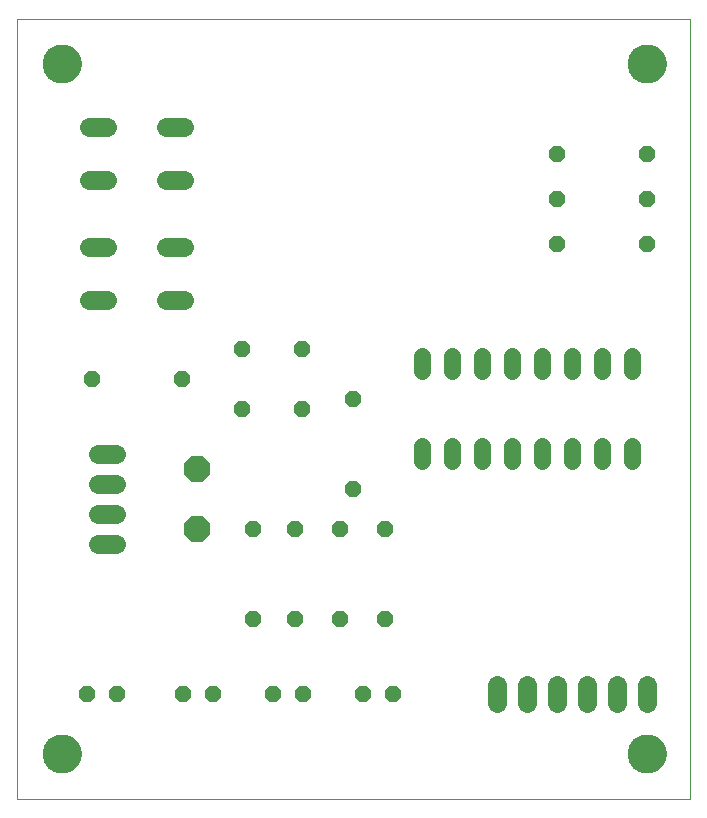
<source format=gbs>
G75*
%MOIN*%
%OFA0B0*%
%FSLAX25Y25*%
%IPPOS*%
%LPD*%
%AMOC8*
5,1,8,0,0,1.08239X$1,22.5*
%
%ADD10C,0.00000*%
%ADD11C,0.12998*%
%ADD12OC8,0.05600*%
%ADD13C,0.06400*%
%ADD14C,0.05600*%
%ADD15OC8,0.08900*%
D10*
X0001000Y0001000D02*
X0001000Y0260843D01*
X0225409Y0260843D01*
X0225409Y0001000D01*
X0001000Y0001000D01*
X0009701Y0016000D02*
X0009703Y0016158D01*
X0009709Y0016316D01*
X0009719Y0016474D01*
X0009733Y0016632D01*
X0009751Y0016789D01*
X0009772Y0016946D01*
X0009798Y0017102D01*
X0009828Y0017258D01*
X0009861Y0017413D01*
X0009899Y0017566D01*
X0009940Y0017719D01*
X0009985Y0017871D01*
X0010034Y0018022D01*
X0010087Y0018171D01*
X0010143Y0018319D01*
X0010203Y0018465D01*
X0010267Y0018610D01*
X0010335Y0018753D01*
X0010406Y0018895D01*
X0010480Y0019035D01*
X0010558Y0019172D01*
X0010640Y0019308D01*
X0010724Y0019442D01*
X0010813Y0019573D01*
X0010904Y0019702D01*
X0010999Y0019829D01*
X0011096Y0019954D01*
X0011197Y0020076D01*
X0011301Y0020195D01*
X0011408Y0020312D01*
X0011518Y0020426D01*
X0011631Y0020537D01*
X0011746Y0020646D01*
X0011864Y0020751D01*
X0011985Y0020853D01*
X0012108Y0020953D01*
X0012234Y0021049D01*
X0012362Y0021142D01*
X0012492Y0021232D01*
X0012625Y0021318D01*
X0012760Y0021402D01*
X0012896Y0021481D01*
X0013035Y0021558D01*
X0013176Y0021630D01*
X0013318Y0021700D01*
X0013462Y0021765D01*
X0013608Y0021827D01*
X0013755Y0021885D01*
X0013904Y0021940D01*
X0014054Y0021991D01*
X0014205Y0022038D01*
X0014357Y0022081D01*
X0014510Y0022120D01*
X0014665Y0022156D01*
X0014820Y0022187D01*
X0014976Y0022215D01*
X0015132Y0022239D01*
X0015289Y0022259D01*
X0015447Y0022275D01*
X0015604Y0022287D01*
X0015763Y0022295D01*
X0015921Y0022299D01*
X0016079Y0022299D01*
X0016237Y0022295D01*
X0016396Y0022287D01*
X0016553Y0022275D01*
X0016711Y0022259D01*
X0016868Y0022239D01*
X0017024Y0022215D01*
X0017180Y0022187D01*
X0017335Y0022156D01*
X0017490Y0022120D01*
X0017643Y0022081D01*
X0017795Y0022038D01*
X0017946Y0021991D01*
X0018096Y0021940D01*
X0018245Y0021885D01*
X0018392Y0021827D01*
X0018538Y0021765D01*
X0018682Y0021700D01*
X0018824Y0021630D01*
X0018965Y0021558D01*
X0019104Y0021481D01*
X0019240Y0021402D01*
X0019375Y0021318D01*
X0019508Y0021232D01*
X0019638Y0021142D01*
X0019766Y0021049D01*
X0019892Y0020953D01*
X0020015Y0020853D01*
X0020136Y0020751D01*
X0020254Y0020646D01*
X0020369Y0020537D01*
X0020482Y0020426D01*
X0020592Y0020312D01*
X0020699Y0020195D01*
X0020803Y0020076D01*
X0020904Y0019954D01*
X0021001Y0019829D01*
X0021096Y0019702D01*
X0021187Y0019573D01*
X0021276Y0019442D01*
X0021360Y0019308D01*
X0021442Y0019172D01*
X0021520Y0019035D01*
X0021594Y0018895D01*
X0021665Y0018753D01*
X0021733Y0018610D01*
X0021797Y0018465D01*
X0021857Y0018319D01*
X0021913Y0018171D01*
X0021966Y0018022D01*
X0022015Y0017871D01*
X0022060Y0017719D01*
X0022101Y0017566D01*
X0022139Y0017413D01*
X0022172Y0017258D01*
X0022202Y0017102D01*
X0022228Y0016946D01*
X0022249Y0016789D01*
X0022267Y0016632D01*
X0022281Y0016474D01*
X0022291Y0016316D01*
X0022297Y0016158D01*
X0022299Y0016000D01*
X0022297Y0015842D01*
X0022291Y0015684D01*
X0022281Y0015526D01*
X0022267Y0015368D01*
X0022249Y0015211D01*
X0022228Y0015054D01*
X0022202Y0014898D01*
X0022172Y0014742D01*
X0022139Y0014587D01*
X0022101Y0014434D01*
X0022060Y0014281D01*
X0022015Y0014129D01*
X0021966Y0013978D01*
X0021913Y0013829D01*
X0021857Y0013681D01*
X0021797Y0013535D01*
X0021733Y0013390D01*
X0021665Y0013247D01*
X0021594Y0013105D01*
X0021520Y0012965D01*
X0021442Y0012828D01*
X0021360Y0012692D01*
X0021276Y0012558D01*
X0021187Y0012427D01*
X0021096Y0012298D01*
X0021001Y0012171D01*
X0020904Y0012046D01*
X0020803Y0011924D01*
X0020699Y0011805D01*
X0020592Y0011688D01*
X0020482Y0011574D01*
X0020369Y0011463D01*
X0020254Y0011354D01*
X0020136Y0011249D01*
X0020015Y0011147D01*
X0019892Y0011047D01*
X0019766Y0010951D01*
X0019638Y0010858D01*
X0019508Y0010768D01*
X0019375Y0010682D01*
X0019240Y0010598D01*
X0019104Y0010519D01*
X0018965Y0010442D01*
X0018824Y0010370D01*
X0018682Y0010300D01*
X0018538Y0010235D01*
X0018392Y0010173D01*
X0018245Y0010115D01*
X0018096Y0010060D01*
X0017946Y0010009D01*
X0017795Y0009962D01*
X0017643Y0009919D01*
X0017490Y0009880D01*
X0017335Y0009844D01*
X0017180Y0009813D01*
X0017024Y0009785D01*
X0016868Y0009761D01*
X0016711Y0009741D01*
X0016553Y0009725D01*
X0016396Y0009713D01*
X0016237Y0009705D01*
X0016079Y0009701D01*
X0015921Y0009701D01*
X0015763Y0009705D01*
X0015604Y0009713D01*
X0015447Y0009725D01*
X0015289Y0009741D01*
X0015132Y0009761D01*
X0014976Y0009785D01*
X0014820Y0009813D01*
X0014665Y0009844D01*
X0014510Y0009880D01*
X0014357Y0009919D01*
X0014205Y0009962D01*
X0014054Y0010009D01*
X0013904Y0010060D01*
X0013755Y0010115D01*
X0013608Y0010173D01*
X0013462Y0010235D01*
X0013318Y0010300D01*
X0013176Y0010370D01*
X0013035Y0010442D01*
X0012896Y0010519D01*
X0012760Y0010598D01*
X0012625Y0010682D01*
X0012492Y0010768D01*
X0012362Y0010858D01*
X0012234Y0010951D01*
X0012108Y0011047D01*
X0011985Y0011147D01*
X0011864Y0011249D01*
X0011746Y0011354D01*
X0011631Y0011463D01*
X0011518Y0011574D01*
X0011408Y0011688D01*
X0011301Y0011805D01*
X0011197Y0011924D01*
X0011096Y0012046D01*
X0010999Y0012171D01*
X0010904Y0012298D01*
X0010813Y0012427D01*
X0010724Y0012558D01*
X0010640Y0012692D01*
X0010558Y0012828D01*
X0010480Y0012965D01*
X0010406Y0013105D01*
X0010335Y0013247D01*
X0010267Y0013390D01*
X0010203Y0013535D01*
X0010143Y0013681D01*
X0010087Y0013829D01*
X0010034Y0013978D01*
X0009985Y0014129D01*
X0009940Y0014281D01*
X0009899Y0014434D01*
X0009861Y0014587D01*
X0009828Y0014742D01*
X0009798Y0014898D01*
X0009772Y0015054D01*
X0009751Y0015211D01*
X0009733Y0015368D01*
X0009719Y0015526D01*
X0009709Y0015684D01*
X0009703Y0015842D01*
X0009701Y0016000D01*
X0009701Y0246000D02*
X0009703Y0246158D01*
X0009709Y0246316D01*
X0009719Y0246474D01*
X0009733Y0246632D01*
X0009751Y0246789D01*
X0009772Y0246946D01*
X0009798Y0247102D01*
X0009828Y0247258D01*
X0009861Y0247413D01*
X0009899Y0247566D01*
X0009940Y0247719D01*
X0009985Y0247871D01*
X0010034Y0248022D01*
X0010087Y0248171D01*
X0010143Y0248319D01*
X0010203Y0248465D01*
X0010267Y0248610D01*
X0010335Y0248753D01*
X0010406Y0248895D01*
X0010480Y0249035D01*
X0010558Y0249172D01*
X0010640Y0249308D01*
X0010724Y0249442D01*
X0010813Y0249573D01*
X0010904Y0249702D01*
X0010999Y0249829D01*
X0011096Y0249954D01*
X0011197Y0250076D01*
X0011301Y0250195D01*
X0011408Y0250312D01*
X0011518Y0250426D01*
X0011631Y0250537D01*
X0011746Y0250646D01*
X0011864Y0250751D01*
X0011985Y0250853D01*
X0012108Y0250953D01*
X0012234Y0251049D01*
X0012362Y0251142D01*
X0012492Y0251232D01*
X0012625Y0251318D01*
X0012760Y0251402D01*
X0012896Y0251481D01*
X0013035Y0251558D01*
X0013176Y0251630D01*
X0013318Y0251700D01*
X0013462Y0251765D01*
X0013608Y0251827D01*
X0013755Y0251885D01*
X0013904Y0251940D01*
X0014054Y0251991D01*
X0014205Y0252038D01*
X0014357Y0252081D01*
X0014510Y0252120D01*
X0014665Y0252156D01*
X0014820Y0252187D01*
X0014976Y0252215D01*
X0015132Y0252239D01*
X0015289Y0252259D01*
X0015447Y0252275D01*
X0015604Y0252287D01*
X0015763Y0252295D01*
X0015921Y0252299D01*
X0016079Y0252299D01*
X0016237Y0252295D01*
X0016396Y0252287D01*
X0016553Y0252275D01*
X0016711Y0252259D01*
X0016868Y0252239D01*
X0017024Y0252215D01*
X0017180Y0252187D01*
X0017335Y0252156D01*
X0017490Y0252120D01*
X0017643Y0252081D01*
X0017795Y0252038D01*
X0017946Y0251991D01*
X0018096Y0251940D01*
X0018245Y0251885D01*
X0018392Y0251827D01*
X0018538Y0251765D01*
X0018682Y0251700D01*
X0018824Y0251630D01*
X0018965Y0251558D01*
X0019104Y0251481D01*
X0019240Y0251402D01*
X0019375Y0251318D01*
X0019508Y0251232D01*
X0019638Y0251142D01*
X0019766Y0251049D01*
X0019892Y0250953D01*
X0020015Y0250853D01*
X0020136Y0250751D01*
X0020254Y0250646D01*
X0020369Y0250537D01*
X0020482Y0250426D01*
X0020592Y0250312D01*
X0020699Y0250195D01*
X0020803Y0250076D01*
X0020904Y0249954D01*
X0021001Y0249829D01*
X0021096Y0249702D01*
X0021187Y0249573D01*
X0021276Y0249442D01*
X0021360Y0249308D01*
X0021442Y0249172D01*
X0021520Y0249035D01*
X0021594Y0248895D01*
X0021665Y0248753D01*
X0021733Y0248610D01*
X0021797Y0248465D01*
X0021857Y0248319D01*
X0021913Y0248171D01*
X0021966Y0248022D01*
X0022015Y0247871D01*
X0022060Y0247719D01*
X0022101Y0247566D01*
X0022139Y0247413D01*
X0022172Y0247258D01*
X0022202Y0247102D01*
X0022228Y0246946D01*
X0022249Y0246789D01*
X0022267Y0246632D01*
X0022281Y0246474D01*
X0022291Y0246316D01*
X0022297Y0246158D01*
X0022299Y0246000D01*
X0022297Y0245842D01*
X0022291Y0245684D01*
X0022281Y0245526D01*
X0022267Y0245368D01*
X0022249Y0245211D01*
X0022228Y0245054D01*
X0022202Y0244898D01*
X0022172Y0244742D01*
X0022139Y0244587D01*
X0022101Y0244434D01*
X0022060Y0244281D01*
X0022015Y0244129D01*
X0021966Y0243978D01*
X0021913Y0243829D01*
X0021857Y0243681D01*
X0021797Y0243535D01*
X0021733Y0243390D01*
X0021665Y0243247D01*
X0021594Y0243105D01*
X0021520Y0242965D01*
X0021442Y0242828D01*
X0021360Y0242692D01*
X0021276Y0242558D01*
X0021187Y0242427D01*
X0021096Y0242298D01*
X0021001Y0242171D01*
X0020904Y0242046D01*
X0020803Y0241924D01*
X0020699Y0241805D01*
X0020592Y0241688D01*
X0020482Y0241574D01*
X0020369Y0241463D01*
X0020254Y0241354D01*
X0020136Y0241249D01*
X0020015Y0241147D01*
X0019892Y0241047D01*
X0019766Y0240951D01*
X0019638Y0240858D01*
X0019508Y0240768D01*
X0019375Y0240682D01*
X0019240Y0240598D01*
X0019104Y0240519D01*
X0018965Y0240442D01*
X0018824Y0240370D01*
X0018682Y0240300D01*
X0018538Y0240235D01*
X0018392Y0240173D01*
X0018245Y0240115D01*
X0018096Y0240060D01*
X0017946Y0240009D01*
X0017795Y0239962D01*
X0017643Y0239919D01*
X0017490Y0239880D01*
X0017335Y0239844D01*
X0017180Y0239813D01*
X0017024Y0239785D01*
X0016868Y0239761D01*
X0016711Y0239741D01*
X0016553Y0239725D01*
X0016396Y0239713D01*
X0016237Y0239705D01*
X0016079Y0239701D01*
X0015921Y0239701D01*
X0015763Y0239705D01*
X0015604Y0239713D01*
X0015447Y0239725D01*
X0015289Y0239741D01*
X0015132Y0239761D01*
X0014976Y0239785D01*
X0014820Y0239813D01*
X0014665Y0239844D01*
X0014510Y0239880D01*
X0014357Y0239919D01*
X0014205Y0239962D01*
X0014054Y0240009D01*
X0013904Y0240060D01*
X0013755Y0240115D01*
X0013608Y0240173D01*
X0013462Y0240235D01*
X0013318Y0240300D01*
X0013176Y0240370D01*
X0013035Y0240442D01*
X0012896Y0240519D01*
X0012760Y0240598D01*
X0012625Y0240682D01*
X0012492Y0240768D01*
X0012362Y0240858D01*
X0012234Y0240951D01*
X0012108Y0241047D01*
X0011985Y0241147D01*
X0011864Y0241249D01*
X0011746Y0241354D01*
X0011631Y0241463D01*
X0011518Y0241574D01*
X0011408Y0241688D01*
X0011301Y0241805D01*
X0011197Y0241924D01*
X0011096Y0242046D01*
X0010999Y0242171D01*
X0010904Y0242298D01*
X0010813Y0242427D01*
X0010724Y0242558D01*
X0010640Y0242692D01*
X0010558Y0242828D01*
X0010480Y0242965D01*
X0010406Y0243105D01*
X0010335Y0243247D01*
X0010267Y0243390D01*
X0010203Y0243535D01*
X0010143Y0243681D01*
X0010087Y0243829D01*
X0010034Y0243978D01*
X0009985Y0244129D01*
X0009940Y0244281D01*
X0009899Y0244434D01*
X0009861Y0244587D01*
X0009828Y0244742D01*
X0009798Y0244898D01*
X0009772Y0245054D01*
X0009751Y0245211D01*
X0009733Y0245368D01*
X0009719Y0245526D01*
X0009709Y0245684D01*
X0009703Y0245842D01*
X0009701Y0246000D01*
X0204701Y0246000D02*
X0204703Y0246158D01*
X0204709Y0246316D01*
X0204719Y0246474D01*
X0204733Y0246632D01*
X0204751Y0246789D01*
X0204772Y0246946D01*
X0204798Y0247102D01*
X0204828Y0247258D01*
X0204861Y0247413D01*
X0204899Y0247566D01*
X0204940Y0247719D01*
X0204985Y0247871D01*
X0205034Y0248022D01*
X0205087Y0248171D01*
X0205143Y0248319D01*
X0205203Y0248465D01*
X0205267Y0248610D01*
X0205335Y0248753D01*
X0205406Y0248895D01*
X0205480Y0249035D01*
X0205558Y0249172D01*
X0205640Y0249308D01*
X0205724Y0249442D01*
X0205813Y0249573D01*
X0205904Y0249702D01*
X0205999Y0249829D01*
X0206096Y0249954D01*
X0206197Y0250076D01*
X0206301Y0250195D01*
X0206408Y0250312D01*
X0206518Y0250426D01*
X0206631Y0250537D01*
X0206746Y0250646D01*
X0206864Y0250751D01*
X0206985Y0250853D01*
X0207108Y0250953D01*
X0207234Y0251049D01*
X0207362Y0251142D01*
X0207492Y0251232D01*
X0207625Y0251318D01*
X0207760Y0251402D01*
X0207896Y0251481D01*
X0208035Y0251558D01*
X0208176Y0251630D01*
X0208318Y0251700D01*
X0208462Y0251765D01*
X0208608Y0251827D01*
X0208755Y0251885D01*
X0208904Y0251940D01*
X0209054Y0251991D01*
X0209205Y0252038D01*
X0209357Y0252081D01*
X0209510Y0252120D01*
X0209665Y0252156D01*
X0209820Y0252187D01*
X0209976Y0252215D01*
X0210132Y0252239D01*
X0210289Y0252259D01*
X0210447Y0252275D01*
X0210604Y0252287D01*
X0210763Y0252295D01*
X0210921Y0252299D01*
X0211079Y0252299D01*
X0211237Y0252295D01*
X0211396Y0252287D01*
X0211553Y0252275D01*
X0211711Y0252259D01*
X0211868Y0252239D01*
X0212024Y0252215D01*
X0212180Y0252187D01*
X0212335Y0252156D01*
X0212490Y0252120D01*
X0212643Y0252081D01*
X0212795Y0252038D01*
X0212946Y0251991D01*
X0213096Y0251940D01*
X0213245Y0251885D01*
X0213392Y0251827D01*
X0213538Y0251765D01*
X0213682Y0251700D01*
X0213824Y0251630D01*
X0213965Y0251558D01*
X0214104Y0251481D01*
X0214240Y0251402D01*
X0214375Y0251318D01*
X0214508Y0251232D01*
X0214638Y0251142D01*
X0214766Y0251049D01*
X0214892Y0250953D01*
X0215015Y0250853D01*
X0215136Y0250751D01*
X0215254Y0250646D01*
X0215369Y0250537D01*
X0215482Y0250426D01*
X0215592Y0250312D01*
X0215699Y0250195D01*
X0215803Y0250076D01*
X0215904Y0249954D01*
X0216001Y0249829D01*
X0216096Y0249702D01*
X0216187Y0249573D01*
X0216276Y0249442D01*
X0216360Y0249308D01*
X0216442Y0249172D01*
X0216520Y0249035D01*
X0216594Y0248895D01*
X0216665Y0248753D01*
X0216733Y0248610D01*
X0216797Y0248465D01*
X0216857Y0248319D01*
X0216913Y0248171D01*
X0216966Y0248022D01*
X0217015Y0247871D01*
X0217060Y0247719D01*
X0217101Y0247566D01*
X0217139Y0247413D01*
X0217172Y0247258D01*
X0217202Y0247102D01*
X0217228Y0246946D01*
X0217249Y0246789D01*
X0217267Y0246632D01*
X0217281Y0246474D01*
X0217291Y0246316D01*
X0217297Y0246158D01*
X0217299Y0246000D01*
X0217297Y0245842D01*
X0217291Y0245684D01*
X0217281Y0245526D01*
X0217267Y0245368D01*
X0217249Y0245211D01*
X0217228Y0245054D01*
X0217202Y0244898D01*
X0217172Y0244742D01*
X0217139Y0244587D01*
X0217101Y0244434D01*
X0217060Y0244281D01*
X0217015Y0244129D01*
X0216966Y0243978D01*
X0216913Y0243829D01*
X0216857Y0243681D01*
X0216797Y0243535D01*
X0216733Y0243390D01*
X0216665Y0243247D01*
X0216594Y0243105D01*
X0216520Y0242965D01*
X0216442Y0242828D01*
X0216360Y0242692D01*
X0216276Y0242558D01*
X0216187Y0242427D01*
X0216096Y0242298D01*
X0216001Y0242171D01*
X0215904Y0242046D01*
X0215803Y0241924D01*
X0215699Y0241805D01*
X0215592Y0241688D01*
X0215482Y0241574D01*
X0215369Y0241463D01*
X0215254Y0241354D01*
X0215136Y0241249D01*
X0215015Y0241147D01*
X0214892Y0241047D01*
X0214766Y0240951D01*
X0214638Y0240858D01*
X0214508Y0240768D01*
X0214375Y0240682D01*
X0214240Y0240598D01*
X0214104Y0240519D01*
X0213965Y0240442D01*
X0213824Y0240370D01*
X0213682Y0240300D01*
X0213538Y0240235D01*
X0213392Y0240173D01*
X0213245Y0240115D01*
X0213096Y0240060D01*
X0212946Y0240009D01*
X0212795Y0239962D01*
X0212643Y0239919D01*
X0212490Y0239880D01*
X0212335Y0239844D01*
X0212180Y0239813D01*
X0212024Y0239785D01*
X0211868Y0239761D01*
X0211711Y0239741D01*
X0211553Y0239725D01*
X0211396Y0239713D01*
X0211237Y0239705D01*
X0211079Y0239701D01*
X0210921Y0239701D01*
X0210763Y0239705D01*
X0210604Y0239713D01*
X0210447Y0239725D01*
X0210289Y0239741D01*
X0210132Y0239761D01*
X0209976Y0239785D01*
X0209820Y0239813D01*
X0209665Y0239844D01*
X0209510Y0239880D01*
X0209357Y0239919D01*
X0209205Y0239962D01*
X0209054Y0240009D01*
X0208904Y0240060D01*
X0208755Y0240115D01*
X0208608Y0240173D01*
X0208462Y0240235D01*
X0208318Y0240300D01*
X0208176Y0240370D01*
X0208035Y0240442D01*
X0207896Y0240519D01*
X0207760Y0240598D01*
X0207625Y0240682D01*
X0207492Y0240768D01*
X0207362Y0240858D01*
X0207234Y0240951D01*
X0207108Y0241047D01*
X0206985Y0241147D01*
X0206864Y0241249D01*
X0206746Y0241354D01*
X0206631Y0241463D01*
X0206518Y0241574D01*
X0206408Y0241688D01*
X0206301Y0241805D01*
X0206197Y0241924D01*
X0206096Y0242046D01*
X0205999Y0242171D01*
X0205904Y0242298D01*
X0205813Y0242427D01*
X0205724Y0242558D01*
X0205640Y0242692D01*
X0205558Y0242828D01*
X0205480Y0242965D01*
X0205406Y0243105D01*
X0205335Y0243247D01*
X0205267Y0243390D01*
X0205203Y0243535D01*
X0205143Y0243681D01*
X0205087Y0243829D01*
X0205034Y0243978D01*
X0204985Y0244129D01*
X0204940Y0244281D01*
X0204899Y0244434D01*
X0204861Y0244587D01*
X0204828Y0244742D01*
X0204798Y0244898D01*
X0204772Y0245054D01*
X0204751Y0245211D01*
X0204733Y0245368D01*
X0204719Y0245526D01*
X0204709Y0245684D01*
X0204703Y0245842D01*
X0204701Y0246000D01*
X0204701Y0016000D02*
X0204703Y0016158D01*
X0204709Y0016316D01*
X0204719Y0016474D01*
X0204733Y0016632D01*
X0204751Y0016789D01*
X0204772Y0016946D01*
X0204798Y0017102D01*
X0204828Y0017258D01*
X0204861Y0017413D01*
X0204899Y0017566D01*
X0204940Y0017719D01*
X0204985Y0017871D01*
X0205034Y0018022D01*
X0205087Y0018171D01*
X0205143Y0018319D01*
X0205203Y0018465D01*
X0205267Y0018610D01*
X0205335Y0018753D01*
X0205406Y0018895D01*
X0205480Y0019035D01*
X0205558Y0019172D01*
X0205640Y0019308D01*
X0205724Y0019442D01*
X0205813Y0019573D01*
X0205904Y0019702D01*
X0205999Y0019829D01*
X0206096Y0019954D01*
X0206197Y0020076D01*
X0206301Y0020195D01*
X0206408Y0020312D01*
X0206518Y0020426D01*
X0206631Y0020537D01*
X0206746Y0020646D01*
X0206864Y0020751D01*
X0206985Y0020853D01*
X0207108Y0020953D01*
X0207234Y0021049D01*
X0207362Y0021142D01*
X0207492Y0021232D01*
X0207625Y0021318D01*
X0207760Y0021402D01*
X0207896Y0021481D01*
X0208035Y0021558D01*
X0208176Y0021630D01*
X0208318Y0021700D01*
X0208462Y0021765D01*
X0208608Y0021827D01*
X0208755Y0021885D01*
X0208904Y0021940D01*
X0209054Y0021991D01*
X0209205Y0022038D01*
X0209357Y0022081D01*
X0209510Y0022120D01*
X0209665Y0022156D01*
X0209820Y0022187D01*
X0209976Y0022215D01*
X0210132Y0022239D01*
X0210289Y0022259D01*
X0210447Y0022275D01*
X0210604Y0022287D01*
X0210763Y0022295D01*
X0210921Y0022299D01*
X0211079Y0022299D01*
X0211237Y0022295D01*
X0211396Y0022287D01*
X0211553Y0022275D01*
X0211711Y0022259D01*
X0211868Y0022239D01*
X0212024Y0022215D01*
X0212180Y0022187D01*
X0212335Y0022156D01*
X0212490Y0022120D01*
X0212643Y0022081D01*
X0212795Y0022038D01*
X0212946Y0021991D01*
X0213096Y0021940D01*
X0213245Y0021885D01*
X0213392Y0021827D01*
X0213538Y0021765D01*
X0213682Y0021700D01*
X0213824Y0021630D01*
X0213965Y0021558D01*
X0214104Y0021481D01*
X0214240Y0021402D01*
X0214375Y0021318D01*
X0214508Y0021232D01*
X0214638Y0021142D01*
X0214766Y0021049D01*
X0214892Y0020953D01*
X0215015Y0020853D01*
X0215136Y0020751D01*
X0215254Y0020646D01*
X0215369Y0020537D01*
X0215482Y0020426D01*
X0215592Y0020312D01*
X0215699Y0020195D01*
X0215803Y0020076D01*
X0215904Y0019954D01*
X0216001Y0019829D01*
X0216096Y0019702D01*
X0216187Y0019573D01*
X0216276Y0019442D01*
X0216360Y0019308D01*
X0216442Y0019172D01*
X0216520Y0019035D01*
X0216594Y0018895D01*
X0216665Y0018753D01*
X0216733Y0018610D01*
X0216797Y0018465D01*
X0216857Y0018319D01*
X0216913Y0018171D01*
X0216966Y0018022D01*
X0217015Y0017871D01*
X0217060Y0017719D01*
X0217101Y0017566D01*
X0217139Y0017413D01*
X0217172Y0017258D01*
X0217202Y0017102D01*
X0217228Y0016946D01*
X0217249Y0016789D01*
X0217267Y0016632D01*
X0217281Y0016474D01*
X0217291Y0016316D01*
X0217297Y0016158D01*
X0217299Y0016000D01*
X0217297Y0015842D01*
X0217291Y0015684D01*
X0217281Y0015526D01*
X0217267Y0015368D01*
X0217249Y0015211D01*
X0217228Y0015054D01*
X0217202Y0014898D01*
X0217172Y0014742D01*
X0217139Y0014587D01*
X0217101Y0014434D01*
X0217060Y0014281D01*
X0217015Y0014129D01*
X0216966Y0013978D01*
X0216913Y0013829D01*
X0216857Y0013681D01*
X0216797Y0013535D01*
X0216733Y0013390D01*
X0216665Y0013247D01*
X0216594Y0013105D01*
X0216520Y0012965D01*
X0216442Y0012828D01*
X0216360Y0012692D01*
X0216276Y0012558D01*
X0216187Y0012427D01*
X0216096Y0012298D01*
X0216001Y0012171D01*
X0215904Y0012046D01*
X0215803Y0011924D01*
X0215699Y0011805D01*
X0215592Y0011688D01*
X0215482Y0011574D01*
X0215369Y0011463D01*
X0215254Y0011354D01*
X0215136Y0011249D01*
X0215015Y0011147D01*
X0214892Y0011047D01*
X0214766Y0010951D01*
X0214638Y0010858D01*
X0214508Y0010768D01*
X0214375Y0010682D01*
X0214240Y0010598D01*
X0214104Y0010519D01*
X0213965Y0010442D01*
X0213824Y0010370D01*
X0213682Y0010300D01*
X0213538Y0010235D01*
X0213392Y0010173D01*
X0213245Y0010115D01*
X0213096Y0010060D01*
X0212946Y0010009D01*
X0212795Y0009962D01*
X0212643Y0009919D01*
X0212490Y0009880D01*
X0212335Y0009844D01*
X0212180Y0009813D01*
X0212024Y0009785D01*
X0211868Y0009761D01*
X0211711Y0009741D01*
X0211553Y0009725D01*
X0211396Y0009713D01*
X0211237Y0009705D01*
X0211079Y0009701D01*
X0210921Y0009701D01*
X0210763Y0009705D01*
X0210604Y0009713D01*
X0210447Y0009725D01*
X0210289Y0009741D01*
X0210132Y0009761D01*
X0209976Y0009785D01*
X0209820Y0009813D01*
X0209665Y0009844D01*
X0209510Y0009880D01*
X0209357Y0009919D01*
X0209205Y0009962D01*
X0209054Y0010009D01*
X0208904Y0010060D01*
X0208755Y0010115D01*
X0208608Y0010173D01*
X0208462Y0010235D01*
X0208318Y0010300D01*
X0208176Y0010370D01*
X0208035Y0010442D01*
X0207896Y0010519D01*
X0207760Y0010598D01*
X0207625Y0010682D01*
X0207492Y0010768D01*
X0207362Y0010858D01*
X0207234Y0010951D01*
X0207108Y0011047D01*
X0206985Y0011147D01*
X0206864Y0011249D01*
X0206746Y0011354D01*
X0206631Y0011463D01*
X0206518Y0011574D01*
X0206408Y0011688D01*
X0206301Y0011805D01*
X0206197Y0011924D01*
X0206096Y0012046D01*
X0205999Y0012171D01*
X0205904Y0012298D01*
X0205813Y0012427D01*
X0205724Y0012558D01*
X0205640Y0012692D01*
X0205558Y0012828D01*
X0205480Y0012965D01*
X0205406Y0013105D01*
X0205335Y0013247D01*
X0205267Y0013390D01*
X0205203Y0013535D01*
X0205143Y0013681D01*
X0205087Y0013829D01*
X0205034Y0013978D01*
X0204985Y0014129D01*
X0204940Y0014281D01*
X0204899Y0014434D01*
X0204861Y0014587D01*
X0204828Y0014742D01*
X0204798Y0014898D01*
X0204772Y0015054D01*
X0204751Y0015211D01*
X0204733Y0015368D01*
X0204719Y0015526D01*
X0204709Y0015684D01*
X0204703Y0015842D01*
X0204701Y0016000D01*
D11*
X0211000Y0016000D03*
X0211000Y0246000D03*
X0016000Y0246000D03*
X0016000Y0016000D03*
D12*
X0024386Y0036000D03*
X0034386Y0036000D03*
X0056433Y0036000D03*
X0066433Y0036000D03*
X0079819Y0061000D03*
X0093874Y0061000D03*
X0108874Y0061000D03*
X0123874Y0061000D03*
X0126433Y0036000D03*
X0116433Y0036000D03*
X0096433Y0036000D03*
X0086433Y0036000D03*
X0079819Y0091000D03*
X0093874Y0091000D03*
X0108874Y0091000D03*
X0112969Y0104189D03*
X0123874Y0091000D03*
X0096000Y0131000D03*
X0112969Y0134189D03*
X0096000Y0151000D03*
X0076000Y0151000D03*
X0076000Y0131000D03*
X0056000Y0141000D03*
X0026000Y0141000D03*
X0181000Y0186000D03*
X0181000Y0201000D03*
X0181000Y0216000D03*
X0211000Y0216000D03*
X0211000Y0201000D03*
X0211000Y0186000D03*
D13*
X0211000Y0039000D02*
X0211000Y0033000D01*
X0201000Y0033000D02*
X0201000Y0039000D01*
X0191000Y0039000D02*
X0191000Y0033000D01*
X0181000Y0033000D02*
X0181000Y0039000D01*
X0171000Y0039000D02*
X0171000Y0033000D01*
X0161000Y0033000D02*
X0161000Y0039000D01*
X0056800Y0167100D02*
X0050800Y0167100D01*
X0050800Y0184900D02*
X0056800Y0184900D01*
X0056800Y0207100D02*
X0050800Y0207100D01*
X0050800Y0224900D02*
X0056800Y0224900D01*
X0031200Y0224900D02*
X0025200Y0224900D01*
X0025200Y0207100D02*
X0031200Y0207100D01*
X0031200Y0184900D02*
X0025200Y0184900D01*
X0025200Y0167100D02*
X0031200Y0167100D01*
X0034000Y0116000D02*
X0028000Y0116000D01*
X0028000Y0106000D02*
X0034000Y0106000D01*
X0034000Y0096000D02*
X0028000Y0096000D01*
X0028000Y0086000D02*
X0034000Y0086000D01*
D14*
X0136000Y0113400D02*
X0136000Y0118600D01*
X0146000Y0118600D02*
X0146000Y0113400D01*
X0156000Y0113400D02*
X0156000Y0118600D01*
X0166000Y0118600D02*
X0166000Y0113400D01*
X0176000Y0113400D02*
X0176000Y0118600D01*
X0186000Y0118600D02*
X0186000Y0113400D01*
X0196000Y0113400D02*
X0196000Y0118600D01*
X0206000Y0118600D02*
X0206000Y0113400D01*
X0206000Y0143400D02*
X0206000Y0148600D01*
X0196000Y0148600D02*
X0196000Y0143400D01*
X0186000Y0143400D02*
X0186000Y0148600D01*
X0176000Y0148600D02*
X0176000Y0143400D01*
X0166000Y0143400D02*
X0166000Y0148600D01*
X0156000Y0148600D02*
X0156000Y0143400D01*
X0146000Y0143400D02*
X0146000Y0148600D01*
X0136000Y0148600D02*
X0136000Y0143400D01*
D15*
X0061000Y0111000D03*
X0061000Y0091000D03*
M02*

</source>
